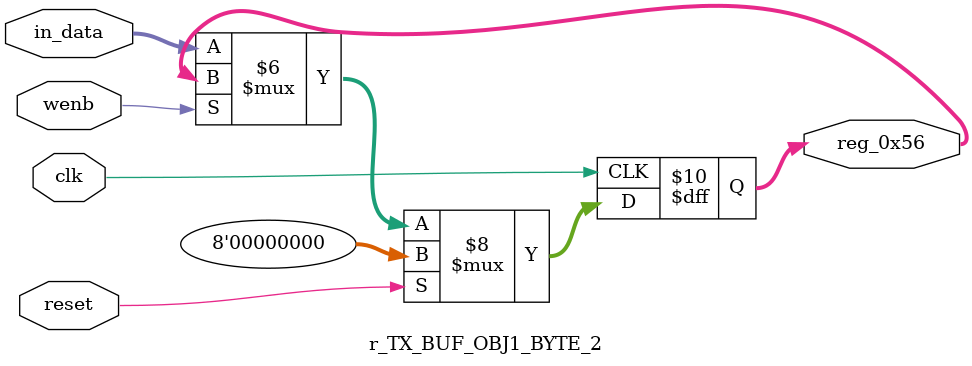
<source format=v>
module r_TX_BUF_OBJ1_BYTE_2(output reg [7:0] reg_0x56, input wire reset, input wire wenb, input wire [7:0] in_data, input wire clk);
	always@(posedge clk)
	begin
		if(reset==0) begin
			if(wenb==0)
				reg_0x56<=in_data;
			else
				reg_0x56<=reg_0x56;
		end
		else
			reg_0x56<=8'h00;
	end
endmodule
</source>
